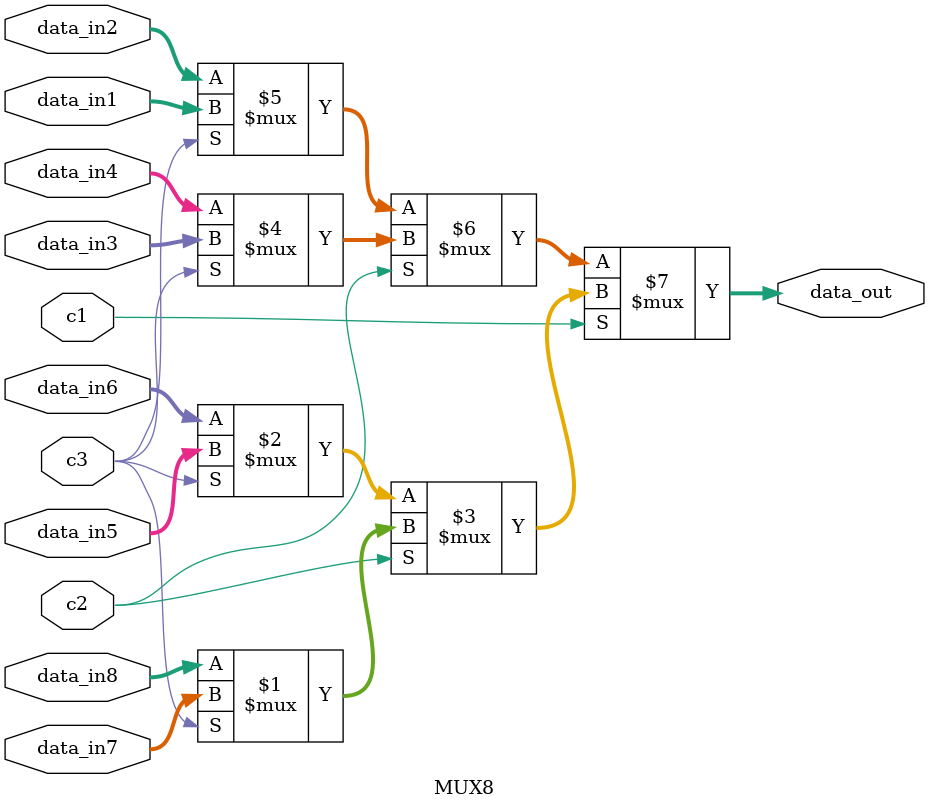
<source format=v>
`timescale 1ns / 1ps


module MUX8(
input [31:0] data_in1,
input [31:0] data_in2,
input [31:0] data_in3,
input [31:0] data_in4,
input [31:0] data_in5,
input [31:0] data_in6,
input [31:0] data_in7,
input [31:0] data_in8,
input c1,
input c2,
input c3,
output [31:0] data_out
    );
    
   assign data_out=c1?(c2?(c3?data_in7:data_in8):(c3?data_in5:data_in6)):(c2?(c3?data_in3:data_in4):(c3?data_in1:data_in2));
    
endmodule


</source>
